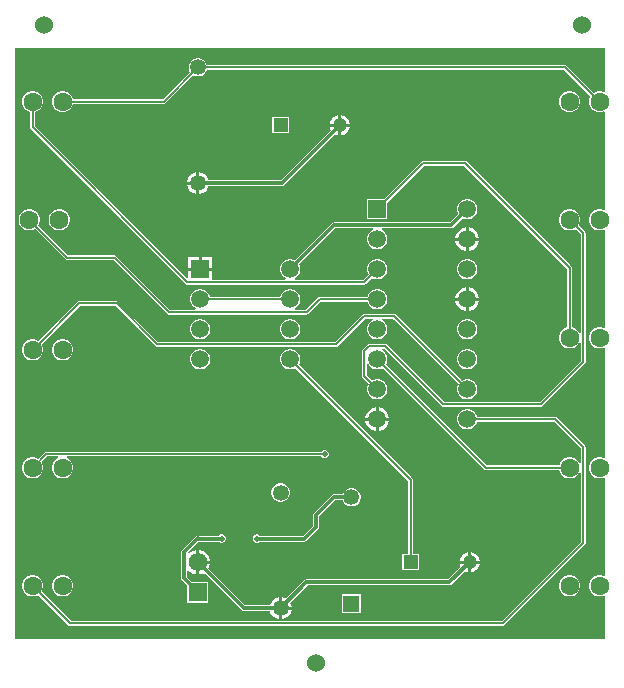
<source format=gbl>
G04*
G04 #@! TF.GenerationSoftware,Altium Limited,Altium Designer,22.7.1 (60)*
G04*
G04 Layer_Physical_Order=2*
G04 Layer_Color=16711680*
%FSLAX44Y44*%
%MOMM*%
G71*
G04*
G04 #@! TF.SameCoordinates,29AA5E4F-6587-4ACD-81CD-572689CA6415*
G04*
G04*
G04 #@! TF.FilePolarity,Positive*
G04*
G01*
G75*
%ADD10C,0.2000*%
%ADD25C,1.5700*%
%ADD26R,1.5700X1.5700*%
%ADD27C,1.2000*%
%ADD28R,1.2000X1.2000*%
%ADD30C,0.3000*%
%ADD31R,1.5000X1.5000*%
%ADD32C,1.5000*%
%ADD33C,1.6000*%
%ADD34C,1.5240*%
%ADD35C,1.3500*%
%ADD36R,1.3500X1.3500*%
%ADD37C,0.5000*%
G36*
X535000Y503776D02*
X533900Y503141D01*
X533474Y503387D01*
X531185Y504000D01*
X528815D01*
X526526Y503387D01*
X525240Y502644D01*
X502442Y525442D01*
X501780Y525884D01*
X501000Y526039D01*
X197477D01*
X197222Y526992D01*
X196201Y528759D01*
X194758Y530202D01*
X192991Y531222D01*
X191020Y531750D01*
X188979D01*
X187008Y531222D01*
X185241Y530202D01*
X183798Y528759D01*
X182778Y526992D01*
X182250Y525021D01*
Y522980D01*
X182778Y521009D01*
X183271Y520155D01*
X160155Y497039D01*
X84171D01*
X83787Y498474D01*
X82602Y500526D01*
X80926Y502202D01*
X78874Y503387D01*
X76585Y504000D01*
X74215D01*
X71926Y503387D01*
X69874Y502202D01*
X68198Y500526D01*
X67014Y498474D01*
X66400Y496185D01*
Y493815D01*
X67014Y491526D01*
X68198Y489474D01*
X69874Y487798D01*
X71926Y486613D01*
X74215Y486000D01*
X76585D01*
X78874Y486613D01*
X80926Y487798D01*
X82602Y489474D01*
X83787Y491526D01*
X84171Y492961D01*
X161000D01*
X161780Y493116D01*
X162442Y493558D01*
X186155Y517271D01*
X187008Y516778D01*
X188979Y516250D01*
X191020D01*
X192991Y516778D01*
X194758Y517799D01*
X196201Y519242D01*
X197222Y521009D01*
X197477Y521961D01*
X500155D01*
X522356Y499760D01*
X521614Y498474D01*
X521000Y496185D01*
Y493815D01*
X521614Y491526D01*
X522798Y489474D01*
X524474Y487798D01*
X526526Y486613D01*
X528815Y486000D01*
X531185D01*
X533474Y486613D01*
X533900Y486859D01*
X535000Y486224D01*
Y403776D01*
X533900Y403141D01*
X533474Y403387D01*
X531185Y404000D01*
X528815D01*
X526526Y403387D01*
X524474Y402202D01*
X522798Y400526D01*
X521614Y398474D01*
X521000Y396185D01*
Y393815D01*
X521614Y391526D01*
X522798Y389474D01*
X524474Y387799D01*
X526526Y386614D01*
X528815Y386000D01*
X531185D01*
X533474Y386614D01*
X533900Y386860D01*
X535000Y386225D01*
Y303776D01*
X533900Y303141D01*
X533474Y303387D01*
X531185Y304000D01*
X528815D01*
X526526Y303387D01*
X524474Y302202D01*
X522798Y300526D01*
X521614Y298474D01*
X521000Y296185D01*
Y293815D01*
X521614Y291526D01*
X522798Y289474D01*
X524474Y287798D01*
X526526Y286613D01*
X528815Y286000D01*
X531185D01*
X533474Y286613D01*
X533900Y286859D01*
X535000Y286224D01*
Y193776D01*
X533900Y193141D01*
X533474Y193387D01*
X531185Y194000D01*
X528815D01*
X526526Y193387D01*
X524474Y192202D01*
X522798Y190526D01*
X521614Y188474D01*
X521000Y186185D01*
Y183815D01*
X521614Y181526D01*
X522798Y179474D01*
X524474Y177798D01*
X526526Y176614D01*
X528815Y176000D01*
X531185D01*
X533474Y176614D01*
X533900Y176859D01*
X535000Y176224D01*
Y93776D01*
X533900Y93140D01*
X533474Y93386D01*
X531185Y94000D01*
X528815D01*
X526526Y93386D01*
X524474Y92202D01*
X522798Y90526D01*
X521614Y88474D01*
X521000Y86185D01*
Y83815D01*
X521614Y81526D01*
X522798Y79474D01*
X524474Y77798D01*
X526526Y76613D01*
X528815Y76000D01*
X531185D01*
X533474Y76613D01*
X533900Y76859D01*
X535000Y76224D01*
Y40000D01*
X35000D01*
Y540000D01*
X535000D01*
Y503776D01*
D02*
G37*
%LPC*%
G36*
X505785Y504000D02*
X503415D01*
X501126Y503387D01*
X499074Y502202D01*
X497398Y500526D01*
X496213Y498474D01*
X495600Y496185D01*
Y493815D01*
X496213Y491526D01*
X497398Y489474D01*
X499074Y487798D01*
X501126Y486613D01*
X503415Y486000D01*
X505785D01*
X508074Y486613D01*
X510126Y487798D01*
X511802Y489474D01*
X512987Y491526D01*
X513600Y493815D01*
Y496185D01*
X512987Y498474D01*
X511802Y500526D01*
X510126Y502202D01*
X508074Y503387D01*
X505785Y504000D01*
D02*
G37*
G36*
X311270Y483501D02*
Y476270D01*
X318501D01*
X317958Y478296D01*
X316834Y480244D01*
X315244Y481834D01*
X313296Y482958D01*
X311270Y483501D01*
D02*
G37*
G36*
X308730D02*
X306704Y482958D01*
X304756Y481834D01*
X303166Y480244D01*
X302042Y478296D01*
X301499Y476270D01*
X308730D01*
Y483501D01*
D02*
G37*
G36*
X267000Y482000D02*
X253000D01*
Y468000D01*
X267000D01*
Y482000D01*
D02*
G37*
G36*
X318501Y473730D02*
X311270D01*
Y466499D01*
X313296Y467042D01*
X315244Y468166D01*
X316834Y469756D01*
X317958Y471704D01*
X318501Y473730D01*
D02*
G37*
G36*
X308730D02*
X301499D01*
X302042Y471704D01*
X302429Y471034D01*
X259944Y428549D01*
X198935D01*
X198657Y429586D01*
X197434Y431704D01*
X195704Y433434D01*
X193586Y434657D01*
X191270Y435277D01*
Y426000D01*
Y416722D01*
X193586Y417343D01*
X195704Y418566D01*
X197434Y420296D01*
X198657Y422414D01*
X198935Y423451D01*
X261000D01*
X261975Y423645D01*
X262802Y424198D01*
X306034Y467429D01*
X306704Y467042D01*
X308730Y466499D01*
Y473730D01*
D02*
G37*
G36*
X188730Y435277D02*
X186414Y434657D01*
X184296Y433434D01*
X182566Y431704D01*
X181343Y429586D01*
X180722Y427270D01*
X188730D01*
Y435277D01*
D02*
G37*
G36*
Y424730D02*
X180722D01*
X181343Y422414D01*
X182566Y420296D01*
X184296Y418566D01*
X186414Y417343D01*
X188730Y416722D01*
Y424730D01*
D02*
G37*
G36*
X51185Y504000D02*
X48815D01*
X46526Y503387D01*
X44474Y502202D01*
X42798Y500526D01*
X41613Y498474D01*
X41000Y496185D01*
Y493815D01*
X41613Y491526D01*
X42798Y489474D01*
X44474Y487798D01*
X46526Y486613D01*
X47961Y486229D01*
Y473178D01*
X48116Y472397D01*
X48558Y471736D01*
X179646Y340648D01*
X179646Y340648D01*
X180308Y340206D01*
X181088Y340051D01*
X330890D01*
X331670Y340206D01*
X332332Y340648D01*
X337506Y345822D01*
X338619Y345179D01*
X340781Y344600D01*
X343019D01*
X345181Y345179D01*
X347119Y346298D01*
X348702Y347881D01*
X349821Y349819D01*
X350400Y351981D01*
Y354219D01*
X349821Y356381D01*
X348702Y358319D01*
X347119Y359902D01*
X345181Y361021D01*
X343019Y361600D01*
X340781D01*
X338619Y361021D01*
X336681Y359902D01*
X335098Y358319D01*
X333979Y356381D01*
X333400Y354219D01*
Y351981D01*
X333979Y349819D01*
X334622Y348706D01*
X330045Y344129D01*
X272102D01*
X271762Y345399D01*
X273319Y346298D01*
X274902Y347881D01*
X276021Y349819D01*
X276600Y351981D01*
Y354219D01*
X276021Y356381D01*
X275642Y357037D01*
X306152Y387547D01*
X338160D01*
X338200Y387447D01*
X338370Y386277D01*
X336681Y385302D01*
X335098Y383719D01*
X333979Y381781D01*
X333400Y379619D01*
Y377381D01*
X333979Y375219D01*
X335098Y373281D01*
X336681Y371698D01*
X338619Y370579D01*
X340781Y370000D01*
X343019D01*
X345181Y370579D01*
X347119Y371698D01*
X348702Y373281D01*
X349821Y375219D01*
X350400Y377381D01*
Y379619D01*
X349821Y381781D01*
X348702Y383719D01*
X347119Y385302D01*
X345430Y386277D01*
X345600Y387447D01*
X345640Y387547D01*
X404296D01*
X405272Y387741D01*
X406099Y388294D01*
X414163Y396358D01*
X414819Y395979D01*
X416981Y395400D01*
X419219D01*
X421381Y395979D01*
X423319Y397098D01*
X424902Y398681D01*
X426021Y400619D01*
X426600Y402781D01*
Y405019D01*
X426021Y407181D01*
X424902Y409119D01*
X423319Y410702D01*
X421381Y411821D01*
X419219Y412400D01*
X416981D01*
X414819Y411821D01*
X412881Y410702D01*
X411298Y409119D01*
X410179Y407181D01*
X409600Y405019D01*
Y402781D01*
X410179Y400619D01*
X410558Y399963D01*
X403240Y392645D01*
X305096D01*
X304120Y392451D01*
X303293Y391898D01*
X272037Y360642D01*
X271381Y361021D01*
X269219Y361600D01*
X266981D01*
X264819Y361021D01*
X262881Y359902D01*
X261298Y358319D01*
X260179Y356381D01*
X259600Y354219D01*
Y351981D01*
X260179Y349819D01*
X261298Y347881D01*
X262881Y346298D01*
X264438Y345399D01*
X264097Y344129D01*
X201940D01*
Y351830D01*
X181860D01*
Y345861D01*
X180686Y345375D01*
X52039Y474023D01*
Y486229D01*
X53474Y486613D01*
X55526Y487798D01*
X57202Y489474D01*
X58387Y491526D01*
X59000Y493815D01*
Y496185D01*
X58387Y498474D01*
X57202Y500526D01*
X55526Y502202D01*
X53474Y503387D01*
X51185Y504000D01*
D02*
G37*
G36*
X73885Y404000D02*
X71515D01*
X69226Y403387D01*
X67174Y402202D01*
X65498Y400526D01*
X64314Y398474D01*
X63700Y396185D01*
Y393815D01*
X64314Y391526D01*
X65498Y389474D01*
X67174Y387799D01*
X69226Y386614D01*
X71515Y386000D01*
X73885D01*
X76174Y386614D01*
X78226Y387799D01*
X79902Y389474D01*
X81087Y391526D01*
X81700Y393815D01*
Y396185D01*
X81087Y398474D01*
X79902Y400526D01*
X78226Y402202D01*
X76174Y403387D01*
X73885Y404000D01*
D02*
G37*
G36*
X419422Y388540D02*
X419370D01*
Y379770D01*
X428140D01*
Y379822D01*
X427456Y382375D01*
X426134Y384665D01*
X424265Y386534D01*
X421975Y387856D01*
X419422Y388540D01*
D02*
G37*
G36*
X416830D02*
X416778D01*
X414225Y387856D01*
X411935Y386534D01*
X410066Y384665D01*
X408744Y382375D01*
X408060Y379822D01*
Y379770D01*
X416830D01*
Y388540D01*
D02*
G37*
G36*
X428140Y377230D02*
X419370D01*
Y368460D01*
X419422D01*
X421975Y369144D01*
X424265Y370466D01*
X426134Y372335D01*
X427456Y374625D01*
X428140Y377178D01*
Y377230D01*
D02*
G37*
G36*
X416830D02*
X408060D01*
Y377178D01*
X408744Y374625D01*
X410066Y372335D01*
X411935Y370466D01*
X414225Y369144D01*
X416778Y368460D01*
X416830D01*
Y377230D01*
D02*
G37*
G36*
X201940Y363140D02*
X193170D01*
Y354370D01*
X201940D01*
Y363140D01*
D02*
G37*
G36*
X190630D02*
X181860D01*
Y354370D01*
X190630D01*
Y363140D01*
D02*
G37*
G36*
X419219Y361600D02*
X416981D01*
X414819Y361021D01*
X412881Y359902D01*
X411298Y358319D01*
X410179Y356381D01*
X409600Y354219D01*
Y351981D01*
X410179Y349819D01*
X411298Y347881D01*
X412881Y346298D01*
X414819Y345179D01*
X416981Y344600D01*
X419219D01*
X421381Y345179D01*
X423319Y346298D01*
X424902Y347881D01*
X426021Y349819D01*
X426600Y351981D01*
Y354219D01*
X426021Y356381D01*
X424902Y358319D01*
X423319Y359902D01*
X421381Y361021D01*
X419219Y361600D01*
D02*
G37*
G36*
X419422Y337740D02*
X419370D01*
Y328970D01*
X428140D01*
Y329022D01*
X427456Y331575D01*
X426134Y333865D01*
X424265Y335734D01*
X421975Y337056D01*
X419422Y337740D01*
D02*
G37*
G36*
X416830D02*
X416778D01*
X414225Y337056D01*
X411935Y335734D01*
X410066Y333865D01*
X408744Y331575D01*
X408060Y329022D01*
Y328970D01*
X416830D01*
Y337740D01*
D02*
G37*
G36*
X48485Y404000D02*
X46115D01*
X43826Y403387D01*
X41774Y402202D01*
X40098Y400526D01*
X38914Y398474D01*
X38300Y396185D01*
Y393815D01*
X38914Y391526D01*
X40098Y389474D01*
X41774Y387799D01*
X43826Y386614D01*
X46115Y386000D01*
X48485D01*
X50774Y386614D01*
X52060Y387356D01*
X77940Y361476D01*
X78602Y361034D01*
X79382Y360879D01*
X79383Y360879D01*
X118521D01*
X164152Y315248D01*
X164152Y315248D01*
X164814Y314806D01*
X165594Y314651D01*
X165594Y314651D01*
X281926D01*
X282706Y314806D01*
X283368Y315248D01*
X293781Y325661D01*
X333647D01*
X333979Y324419D01*
X335098Y322481D01*
X336681Y320898D01*
X338619Y319779D01*
X340781Y319200D01*
X343019D01*
X345181Y319779D01*
X347119Y320898D01*
X348702Y322481D01*
X349821Y324419D01*
X350400Y326581D01*
Y328819D01*
X349821Y330981D01*
X348702Y332919D01*
X347119Y334502D01*
X345181Y335621D01*
X343019Y336200D01*
X340781D01*
X338619Y335621D01*
X336681Y334502D01*
X335098Y332919D01*
X333979Y330981D01*
X333647Y329739D01*
X292936D01*
X292155Y329584D01*
X291494Y329142D01*
X281081Y318729D01*
X272102D01*
X271762Y319999D01*
X273319Y320898D01*
X274902Y322481D01*
X276021Y324419D01*
X276600Y326581D01*
Y328819D01*
X276021Y330981D01*
X274902Y332919D01*
X273319Y334502D01*
X271381Y335621D01*
X269219Y336200D01*
X266981D01*
X264819Y335621D01*
X262881Y334502D01*
X261298Y332919D01*
X260179Y330981D01*
X259846Y329739D01*
X200153D01*
X199820Y330981D01*
X198701Y332919D01*
X197119Y334502D01*
X195181Y335621D01*
X193019Y336200D01*
X190781D01*
X188619Y335621D01*
X186681Y334502D01*
X185098Y332919D01*
X183979Y330981D01*
X183400Y328819D01*
Y326581D01*
X183979Y324419D01*
X185098Y322481D01*
X186681Y320898D01*
X188238Y319999D01*
X187897Y318729D01*
X166439D01*
X120808Y364360D01*
X120146Y364802D01*
X119366Y364957D01*
X80227D01*
X54944Y390240D01*
X55687Y391526D01*
X56300Y393815D01*
Y396185D01*
X55687Y398474D01*
X54502Y400526D01*
X52826Y402202D01*
X50774Y403387D01*
X48485Y404000D01*
D02*
G37*
G36*
X428140Y326430D02*
X419370D01*
Y317660D01*
X419422D01*
X421975Y318344D01*
X424265Y319666D01*
X426134Y321535D01*
X427456Y323825D01*
X428140Y326378D01*
Y326430D01*
D02*
G37*
G36*
X416830D02*
X408060D01*
Y326378D01*
X408744Y323825D01*
X410066Y321535D01*
X411935Y319666D01*
X414225Y318344D01*
X416778Y317660D01*
X416830D01*
Y326430D01*
D02*
G37*
G36*
X419219Y310800D02*
X416981D01*
X414819Y310221D01*
X412881Y309102D01*
X411298Y307519D01*
X410179Y305581D01*
X409600Y303419D01*
Y301181D01*
X410179Y299019D01*
X411298Y297081D01*
X412881Y295498D01*
X414819Y294379D01*
X416981Y293800D01*
X419219D01*
X421381Y294379D01*
X423319Y295498D01*
X424902Y297081D01*
X426021Y299019D01*
X426600Y301181D01*
Y303419D01*
X426021Y305581D01*
X424902Y307519D01*
X423319Y309102D01*
X421381Y310221D01*
X419219Y310800D01*
D02*
G37*
G36*
X269219D02*
X266981D01*
X264819Y310221D01*
X262881Y309102D01*
X261298Y307519D01*
X260179Y305581D01*
X259600Y303419D01*
Y301181D01*
X260179Y299019D01*
X261298Y297081D01*
X262881Y295498D01*
X264819Y294379D01*
X266981Y293800D01*
X269219D01*
X271381Y294379D01*
X273319Y295498D01*
X274902Y297081D01*
X276021Y299019D01*
X276600Y301181D01*
Y303419D01*
X276021Y305581D01*
X274902Y307519D01*
X273319Y309102D01*
X271381Y310221D01*
X269219Y310800D01*
D02*
G37*
G36*
X193019D02*
X190781D01*
X188619Y310221D01*
X186681Y309102D01*
X185098Y307519D01*
X183979Y305581D01*
X183400Y303419D01*
Y301181D01*
X183979Y299019D01*
X185098Y297081D01*
X186681Y295498D01*
X188619Y294379D01*
X190781Y293800D01*
X193019D01*
X195181Y294379D01*
X197119Y295498D01*
X198701Y297081D01*
X199820Y299019D01*
X200400Y301181D01*
Y303419D01*
X199820Y305581D01*
X198701Y307519D01*
X197119Y309102D01*
X195181Y310221D01*
X193019Y310800D01*
D02*
G37*
G36*
X76585Y294000D02*
X74215D01*
X71926Y293387D01*
X69874Y292202D01*
X68198Y290526D01*
X67014Y288474D01*
X66400Y286185D01*
Y283815D01*
X67014Y281526D01*
X68198Y279474D01*
X69874Y277798D01*
X71926Y276613D01*
X74215Y276000D01*
X76585D01*
X78874Y276613D01*
X80926Y277798D01*
X82602Y279474D01*
X83787Y281526D01*
X84400Y283815D01*
Y286185D01*
X83787Y288474D01*
X82602Y290526D01*
X80926Y292202D01*
X78874Y293387D01*
X76585Y294000D01*
D02*
G37*
G36*
X419219Y285400D02*
X416981D01*
X414819Y284821D01*
X412881Y283702D01*
X411298Y282119D01*
X410179Y280181D01*
X409600Y278019D01*
Y275781D01*
X410179Y273619D01*
X411298Y271681D01*
X412881Y270098D01*
X414819Y268979D01*
X416981Y268400D01*
X419219D01*
X421381Y268979D01*
X423319Y270098D01*
X424902Y271681D01*
X426021Y273619D01*
X426600Y275781D01*
Y278019D01*
X426021Y280181D01*
X424902Y282119D01*
X423319Y283702D01*
X421381Y284821D01*
X419219Y285400D01*
D02*
G37*
G36*
X193019D02*
X190781D01*
X188619Y284821D01*
X186681Y283702D01*
X185098Y282119D01*
X183979Y280181D01*
X183400Y278019D01*
Y275781D01*
X183979Y273619D01*
X185098Y271681D01*
X186681Y270098D01*
X188619Y268979D01*
X190781Y268400D01*
X193019D01*
X195181Y268979D01*
X197119Y270098D01*
X198701Y271681D01*
X199820Y273619D01*
X200400Y275781D01*
Y278019D01*
X199820Y280181D01*
X198701Y282119D01*
X197119Y283702D01*
X195181Y284821D01*
X193019Y285400D01*
D02*
G37*
G36*
X121060Y326095D02*
X89056D01*
X88276Y325940D01*
X87614Y325498D01*
X87614Y325498D01*
X54760Y292644D01*
X53474Y293387D01*
X51185Y294000D01*
X48815D01*
X46526Y293387D01*
X44474Y292202D01*
X42798Y290526D01*
X41613Y288474D01*
X41000Y286185D01*
Y283815D01*
X41613Y281526D01*
X42798Y279474D01*
X44474Y277798D01*
X46526Y276613D01*
X48815Y276000D01*
X51185D01*
X53474Y276613D01*
X55526Y277798D01*
X57202Y279474D01*
X58387Y281526D01*
X59000Y283815D01*
Y286185D01*
X58387Y288474D01*
X57644Y289760D01*
X89901Y322017D01*
X120216D01*
X154162Y288070D01*
X154162Y288070D01*
X154824Y287628D01*
X155604Y287473D01*
X307112D01*
X307892Y287628D01*
X308554Y288070D01*
X331744Y311261D01*
X337881D01*
X338221Y309991D01*
X336681Y309102D01*
X335098Y307519D01*
X333979Y305581D01*
X333400Y303419D01*
Y301181D01*
X333979Y299019D01*
X335098Y297081D01*
X336681Y295498D01*
X338619Y294379D01*
X340781Y293800D01*
X343019D01*
X345181Y294379D01*
X347119Y295498D01*
X348702Y297081D01*
X349821Y299019D01*
X350400Y301181D01*
Y303419D01*
X349821Y305581D01*
X348702Y307519D01*
X347119Y309102D01*
X345579Y309991D01*
X345919Y311261D01*
X355455D01*
X410822Y255894D01*
X410179Y254781D01*
X409600Y252619D01*
Y250381D01*
X410179Y248219D01*
X411298Y246281D01*
X412881Y244698D01*
X414819Y243579D01*
X416981Y243000D01*
X419219D01*
X421381Y243579D01*
X423319Y244698D01*
X424902Y246281D01*
X426021Y248219D01*
X426600Y250381D01*
Y252619D01*
X426021Y254781D01*
X424902Y256719D01*
X423319Y258302D01*
X421381Y259421D01*
X419219Y260000D01*
X416981D01*
X414819Y259421D01*
X413706Y258778D01*
X357742Y314742D01*
X357080Y315184D01*
X356300Y315339D01*
X330900D01*
X330900Y315339D01*
X330119Y315184D01*
X329458Y314742D01*
X329458Y314742D01*
X306267Y291551D01*
X156449D01*
X122502Y325498D01*
X121840Y325940D01*
X121060Y326095D01*
D02*
G37*
G36*
X416096Y444909D02*
X380870D01*
X380090Y444754D01*
X379428Y444312D01*
X379428Y444312D01*
X347516Y412400D01*
X333400D01*
Y395400D01*
X350400D01*
Y409516D01*
X381715Y440831D01*
X415251D01*
X502561Y353521D01*
Y303771D01*
X501126Y303387D01*
X499074Y302202D01*
X497398Y300526D01*
X496213Y298474D01*
X495600Y296185D01*
Y293815D01*
X496213Y291526D01*
X497398Y289474D01*
X499074Y287798D01*
X501126Y286613D01*
X503415Y286000D01*
X505785D01*
X508074Y286613D01*
X510126Y287798D01*
X511802Y289474D01*
X512805Y291211D01*
X514075Y290870D01*
Y275625D01*
X479201Y240751D01*
X398595D01*
X350004Y289342D01*
X349342Y289784D01*
X348562Y289939D01*
X335178D01*
X334398Y289784D01*
X333736Y289342D01*
X333736Y289342D01*
X329252Y284858D01*
X328810Y284196D01*
X328655Y283416D01*
Y262706D01*
X328810Y261926D01*
X329252Y261264D01*
X334622Y255894D01*
X333979Y254781D01*
X333400Y252619D01*
Y250381D01*
X333979Y248219D01*
X335098Y246281D01*
X336681Y244698D01*
X338619Y243579D01*
X340781Y243000D01*
X343019D01*
X345181Y243579D01*
X347119Y244698D01*
X348702Y246281D01*
X349821Y248219D01*
X350400Y250381D01*
Y252619D01*
X349821Y254781D01*
X348702Y256719D01*
X347119Y258302D01*
X345181Y259421D01*
X343019Y260000D01*
X340781D01*
X338619Y259421D01*
X337506Y258778D01*
X332733Y263551D01*
Y273362D01*
X333979Y273619D01*
X335098Y271681D01*
X336681Y270098D01*
X338619Y268979D01*
X340781Y268400D01*
X343019D01*
X345181Y268979D01*
X346294Y269622D01*
X432358Y183558D01*
X433019Y183116D01*
X433800Y182961D01*
X495829D01*
X496213Y181526D01*
X497398Y179474D01*
X499074Y177798D01*
X501126Y176614D01*
X503415Y176000D01*
X505785D01*
X508074Y176614D01*
X510126Y177798D01*
X511802Y179474D01*
X512805Y181211D01*
X514075Y180871D01*
Y122209D01*
X447197Y55331D01*
X82553D01*
X57644Y80240D01*
X58387Y81526D01*
X59000Y83815D01*
Y86185D01*
X58387Y88474D01*
X57202Y90526D01*
X55526Y92202D01*
X53474Y93386D01*
X51185Y94000D01*
X48815D01*
X46526Y93386D01*
X44474Y92202D01*
X42798Y90526D01*
X41613Y88474D01*
X41000Y86185D01*
Y83815D01*
X41613Y81526D01*
X42798Y79474D01*
X44474Y77798D01*
X46526Y76613D01*
X48815Y76000D01*
X51185D01*
X53474Y76613D01*
X54760Y77356D01*
X80266Y51850D01*
X80266Y51850D01*
X80928Y51408D01*
X81708Y51253D01*
X448042D01*
X448822Y51408D01*
X449484Y51850D01*
X517556Y119922D01*
X517556Y119922D01*
X517998Y120584D01*
X518153Y121364D01*
Y202136D01*
X518153Y202136D01*
X517998Y202916D01*
X517556Y203578D01*
X493592Y227542D01*
X492930Y227984D01*
X492150Y228139D01*
X426353D01*
X426021Y229381D01*
X424902Y231319D01*
X423319Y232902D01*
X421381Y234021D01*
X419219Y234600D01*
X416981D01*
X414819Y234021D01*
X412881Y232902D01*
X411298Y231319D01*
X410179Y229381D01*
X409600Y227219D01*
Y224981D01*
X410179Y222819D01*
X411298Y220881D01*
X412881Y219298D01*
X414819Y218179D01*
X416981Y217600D01*
X419219D01*
X421381Y218179D01*
X423319Y219298D01*
X424902Y220881D01*
X426021Y222819D01*
X426353Y224061D01*
X491305D01*
X514075Y201291D01*
Y189130D01*
X512805Y188789D01*
X511802Y190526D01*
X510126Y192202D01*
X508074Y193387D01*
X505785Y194000D01*
X503415D01*
X501126Y193387D01*
X499074Y192202D01*
X497398Y190526D01*
X496213Y188474D01*
X495829Y187039D01*
X434644D01*
X349178Y272506D01*
X349821Y273619D01*
X350400Y275781D01*
Y278019D01*
X349821Y280181D01*
X348702Y282119D01*
X347119Y283702D01*
X345579Y284591D01*
X345919Y285861D01*
X347717D01*
X396308Y237270D01*
X396970Y236828D01*
X397750Y236673D01*
X480046D01*
X480826Y236828D01*
X481488Y237270D01*
X517556Y273338D01*
X517556Y273338D01*
X517998Y274000D01*
X518153Y274780D01*
Y383486D01*
X517998Y384267D01*
X517556Y384928D01*
X512244Y390240D01*
X512987Y391526D01*
X513600Y393815D01*
Y396185D01*
X512987Y398474D01*
X511802Y400526D01*
X510126Y402202D01*
X508074Y403387D01*
X505785Y404000D01*
X503415D01*
X501126Y403387D01*
X499074Y402202D01*
X497398Y400526D01*
X496213Y398474D01*
X495600Y396185D01*
Y393815D01*
X496213Y391526D01*
X497398Y389474D01*
X499074Y387799D01*
X501126Y386614D01*
X503415Y386000D01*
X505785D01*
X508074Y386614D01*
X509360Y387356D01*
X514075Y382642D01*
Y299129D01*
X512805Y298789D01*
X511802Y300526D01*
X510126Y302202D01*
X508074Y303387D01*
X506639Y303771D01*
Y354366D01*
X506484Y355146D01*
X506042Y355808D01*
X417538Y444312D01*
X416876Y444754D01*
X416096Y444909D01*
D02*
G37*
G36*
X343222Y236140D02*
X343170D01*
Y227370D01*
X351940D01*
Y227422D01*
X351256Y229975D01*
X349934Y232265D01*
X348065Y234134D01*
X345775Y235456D01*
X343222Y236140D01*
D02*
G37*
G36*
X340630D02*
X340578D01*
X338025Y235456D01*
X335735Y234134D01*
X333866Y232265D01*
X332544Y229975D01*
X331860Y227422D01*
Y227370D01*
X340630D01*
Y236140D01*
D02*
G37*
G36*
X351940Y224830D02*
X343170D01*
Y216060D01*
X343222D01*
X345775Y216744D01*
X348065Y218066D01*
X349934Y219935D01*
X351256Y222225D01*
X351940Y224778D01*
Y224830D01*
D02*
G37*
G36*
X340630D02*
X331860D01*
Y224778D01*
X332544Y222225D01*
X333866Y219935D01*
X335735Y218066D01*
X338025Y216744D01*
X340578Y216060D01*
X340630D01*
Y224830D01*
D02*
G37*
G36*
X298116Y200048D02*
X296724D01*
X295437Y199515D01*
X294509Y198587D01*
X61548D01*
X60768Y198432D01*
X60106Y197990D01*
X54760Y192644D01*
X53474Y193387D01*
X51185Y194000D01*
X48815D01*
X46526Y193387D01*
X44474Y192202D01*
X42798Y190526D01*
X41613Y188474D01*
X41000Y186185D01*
Y183815D01*
X41613Y181526D01*
X42798Y179474D01*
X44474Y177798D01*
X46526Y176614D01*
X48815Y176000D01*
X51185D01*
X53474Y176614D01*
X55526Y177798D01*
X57202Y179474D01*
X58387Y181526D01*
X59000Y183815D01*
Y186185D01*
X58387Y188474D01*
X57644Y189760D01*
X62393Y194509D01*
X71460D01*
X71670Y193239D01*
X69874Y192202D01*
X68198Y190526D01*
X67014Y188474D01*
X66400Y186185D01*
Y183815D01*
X67014Y181526D01*
X68198Y179474D01*
X69874Y177798D01*
X71926Y176614D01*
X74215Y176000D01*
X76585D01*
X78874Y176614D01*
X80926Y177798D01*
X82602Y179474D01*
X83787Y181526D01*
X84400Y183815D01*
Y186185D01*
X83787Y188474D01*
X82602Y190526D01*
X80926Y192202D01*
X79130Y193239D01*
X79341Y194509D01*
X294509D01*
X295437Y193581D01*
X296724Y193048D01*
X298116D01*
X299403Y193581D01*
X300387Y194565D01*
X300920Y195852D01*
Y197244D01*
X300387Y198531D01*
X299403Y199515D01*
X298116Y200048D01*
D02*
G37*
G36*
X261021Y171750D02*
X258980D01*
X257009Y171222D01*
X255242Y170201D01*
X253799Y168759D01*
X252778Y166991D01*
X252250Y165020D01*
Y162980D01*
X252778Y161009D01*
X253799Y159241D01*
X255242Y157798D01*
X257009Y156778D01*
X258980Y156250D01*
X261021D01*
X262992Y156778D01*
X264759Y157798D01*
X266202Y159241D01*
X267222Y161009D01*
X267750Y162980D01*
Y165020D01*
X267222Y166991D01*
X266202Y168759D01*
X264759Y170201D01*
X262992Y171222D01*
X261021Y171750D01*
D02*
G37*
G36*
X321020Y167750D02*
X318980D01*
X317009Y167222D01*
X315242Y166201D01*
X313799Y164759D01*
X312778Y162991D01*
X312660Y162549D01*
X305000D01*
X304025Y162355D01*
X303197Y161802D01*
X288198Y146802D01*
X287645Y145976D01*
X287451Y145000D01*
Y136056D01*
X278944Y127549D01*
X242401D01*
X241983Y127967D01*
X240696Y128500D01*
X239304D01*
X238017Y127967D01*
X237033Y126983D01*
X236500Y125696D01*
Y124304D01*
X237033Y123017D01*
X238017Y122033D01*
X239304Y121500D01*
X240696D01*
X241983Y122033D01*
X242401Y122451D01*
X280000D01*
X280975Y122645D01*
X281802Y123198D01*
X290994Y132390D01*
X291802Y132929D01*
X292355Y133757D01*
X292549Y134732D01*
Y143944D01*
X306056Y157451D01*
X312660D01*
X312778Y157009D01*
X313799Y155241D01*
X315242Y153798D01*
X317009Y152778D01*
X318980Y152250D01*
X321020D01*
X322991Y152778D01*
X324759Y153798D01*
X326202Y155241D01*
X327222Y157009D01*
X327750Y158980D01*
Y161020D01*
X327222Y162991D01*
X326202Y164759D01*
X324759Y166201D01*
X322991Y167222D01*
X321020Y167750D01*
D02*
G37*
G36*
X210696Y128500D02*
X209304D01*
X208017Y127967D01*
X207599Y127549D01*
X190797D01*
X190751Y127580D01*
X189775Y127774D01*
X188799Y127580D01*
X187973Y127027D01*
X176238Y115292D01*
X175685Y114466D01*
X175491Y113490D01*
Y91560D01*
X175685Y90584D01*
X176238Y89757D01*
X181150Y84845D01*
Y70750D01*
X198850D01*
Y88450D01*
X184755D01*
X180589Y92615D01*
Y98202D01*
X181859Y98447D01*
X183620Y96686D01*
X185989Y95318D01*
X188632Y94610D01*
X188730D01*
Y105000D01*
Y115390D01*
X188632D01*
X185989Y114682D01*
X183620Y113314D01*
X182661Y112355D01*
X181223Y112713D01*
X181140Y112985D01*
X190606Y122451D01*
X207599D01*
X208017Y122033D01*
X209304Y121500D01*
X210696D01*
X211983Y122033D01*
X212967Y123017D01*
X213500Y124304D01*
Y125696D01*
X212967Y126983D01*
X211983Y127967D01*
X210696Y128500D01*
D02*
G37*
G36*
X191368Y115390D02*
X191270D01*
Y106270D01*
X200390D01*
Y106368D01*
X199682Y109010D01*
X198314Y111379D01*
X196380Y113314D01*
X194010Y114682D01*
X191368Y115390D01*
D02*
G37*
G36*
X421270Y113501D02*
Y106270D01*
X428501D01*
X427958Y108296D01*
X426834Y110244D01*
X425244Y111833D01*
X423296Y112958D01*
X421270Y113501D01*
D02*
G37*
G36*
X418730D02*
X416704Y112958D01*
X414756Y111833D01*
X413166Y110244D01*
X412042Y108296D01*
X411499Y106270D01*
X418730D01*
Y113501D01*
D02*
G37*
G36*
X269219Y285400D02*
X266981D01*
X264819Y284821D01*
X262881Y283702D01*
X261298Y282119D01*
X260179Y280181D01*
X259600Y278019D01*
Y275781D01*
X260179Y273619D01*
X261298Y271681D01*
X262881Y270098D01*
X264819Y268979D01*
X266981Y268400D01*
X269219D01*
X271381Y268979D01*
X272494Y269622D01*
X367961Y174155D01*
Y112000D01*
X363000D01*
Y98000D01*
X377000D01*
Y112000D01*
X372039D01*
Y175000D01*
X371884Y175780D01*
X371442Y176442D01*
X371442Y176442D01*
X275378Y272506D01*
X276021Y273619D01*
X276600Y275781D01*
Y278019D01*
X276021Y280181D01*
X274902Y282119D01*
X273319Y283702D01*
X271381Y284821D01*
X269219Y285400D01*
D02*
G37*
G36*
X428501Y103730D02*
X421270D01*
Y96499D01*
X423296Y97042D01*
X425244Y98166D01*
X426834Y99756D01*
X427958Y101704D01*
X428501Y103730D01*
D02*
G37*
G36*
X418730D02*
X411499D01*
X412042Y101704D01*
X412429Y101033D01*
X401780Y90385D01*
X281836D01*
X280861Y90191D01*
X280034Y89638D01*
X264516Y74120D01*
X263586Y74657D01*
X261270Y75278D01*
Y67270D01*
X269278D01*
X268657Y69586D01*
X268120Y70516D01*
X282892Y85287D01*
X402836D01*
X403812Y85481D01*
X404638Y86034D01*
X416034Y97429D01*
X416704Y97042D01*
X418730Y96499D01*
Y103730D01*
D02*
G37*
G36*
X505785Y94000D02*
X503415D01*
X501126Y93386D01*
X499074Y92202D01*
X497398Y90526D01*
X496213Y88474D01*
X495600Y86185D01*
Y83815D01*
X496213Y81526D01*
X497398Y79474D01*
X499074Y77798D01*
X501126Y76613D01*
X503415Y76000D01*
X505785D01*
X508074Y76613D01*
X510126Y77798D01*
X511802Y79474D01*
X512987Y81526D01*
X513600Y83815D01*
Y86185D01*
X512987Y88474D01*
X511802Y90526D01*
X510126Y92202D01*
X508074Y93386D01*
X505785Y94000D01*
D02*
G37*
G36*
X76585D02*
X74215D01*
X71926Y93386D01*
X69874Y92202D01*
X68198Y90526D01*
X67014Y88474D01*
X66400Y86185D01*
Y83815D01*
X67014Y81526D01*
X68198Y79474D01*
X69874Y77798D01*
X71926Y76613D01*
X74215Y76000D01*
X76585D01*
X78874Y76613D01*
X80926Y77798D01*
X82602Y79474D01*
X83787Y81526D01*
X84400Y83815D01*
Y86185D01*
X83787Y88474D01*
X82602Y90526D01*
X80926Y92202D01*
X78874Y93386D01*
X76585Y94000D01*
D02*
G37*
G36*
X327750Y77750D02*
X312250D01*
Y62250D01*
X327750D01*
Y77750D01*
D02*
G37*
G36*
X269278Y64730D02*
X261270D01*
Y56723D01*
X263586Y57343D01*
X265704Y58566D01*
X267434Y60296D01*
X268657Y62414D01*
X269278Y64730D01*
D02*
G37*
G36*
X200390Y103730D02*
X191270D01*
Y94610D01*
X191368D01*
X194010Y95318D01*
X195320Y96074D01*
X227197Y64198D01*
X228024Y63645D01*
X229000Y63451D01*
X251066D01*
X251343Y62414D01*
X252566Y60296D01*
X254296Y58566D01*
X256414Y57343D01*
X258730Y56723D01*
Y66000D01*
Y75278D01*
X256414Y74657D01*
X254296Y73434D01*
X252566Y71704D01*
X251343Y69586D01*
X251066Y68549D01*
X230055D01*
X198925Y99679D01*
X199682Y100989D01*
X200390Y103632D01*
Y103730D01*
D02*
G37*
%LPD*%
D10*
X268100Y276900D02*
X370000Y175000D01*
Y105000D02*
Y175000D01*
X75400Y495000D02*
X161000D01*
X190000Y524000D01*
X501000D01*
X530000Y495000D01*
X50000Y473178D02*
Y495000D01*
Y473178D02*
X181088Y342090D01*
X330890D01*
X341900Y353100D01*
X47300Y395000D02*
X79382Y362918D01*
X119366D01*
X165594Y316690D01*
X281926D01*
X292936Y327700D01*
X341900D01*
X330694Y262706D02*
X341900Y251500D01*
X330694Y262706D02*
Y283416D01*
X335178Y287900D01*
X348562D01*
X397750Y238712D01*
X480046D01*
X516114Y274780D01*
Y383486D01*
X504600Y395000D02*
X516114Y383486D01*
X50000Y285000D02*
X89056Y324056D01*
X121060D01*
X155604Y289512D01*
X307112D01*
X330900Y313300D01*
X356300D01*
X418100Y251500D01*
X341900Y403900D02*
X380870Y442870D01*
X416096D01*
X504600Y354366D01*
Y295000D02*
Y354366D01*
X50000Y185000D02*
X61548Y196548D01*
X297420D01*
X341900Y276900D02*
X433800Y185000D01*
X504600D01*
X516114Y121364D02*
Y202136D01*
X492150Y226100D02*
X516114Y202136D01*
X418100Y226100D02*
X492150D01*
X191900Y327700D02*
X268100D01*
X50000Y85000D02*
X81708Y53292D01*
X448042D01*
X516114Y121364D01*
D25*
X190000Y105000D02*
D03*
D26*
Y79600D02*
D03*
D27*
X420000Y105000D02*
D03*
X310000Y475000D02*
D03*
D28*
X370000Y105000D02*
D03*
X260000Y475000D02*
D03*
D30*
X289732Y134732D02*
X290000D01*
X280000Y125000D02*
X289732Y134732D01*
X240000Y125000D02*
X280000D01*
X190000D02*
X210000D01*
X178040Y113490D02*
X189775Y125225D01*
X190000Y125000D01*
X305000Y160000D02*
X320000D01*
X290000Y145000D02*
X305000Y160000D01*
X290000Y134732D02*
Y145000D01*
X190000Y105000D02*
X229000Y66000D01*
X260000D01*
X281836Y87836D01*
X402836D01*
X420000Y105000D01*
X190000Y426000D02*
X261000D01*
X310000Y475000D01*
X178040Y91560D02*
X190000Y79600D01*
X178040Y91560D02*
Y113490D01*
X268100Y353100D02*
X305096Y390096D01*
X404296D01*
X418100Y403900D01*
D31*
X191900Y353100D02*
D03*
X341900Y403900D02*
D03*
D32*
X191900Y327700D02*
D03*
Y302300D02*
D03*
Y276900D02*
D03*
X268100Y353100D02*
D03*
Y327700D02*
D03*
Y302300D02*
D03*
Y276900D02*
D03*
X418100Y226100D02*
D03*
Y251500D02*
D03*
Y276900D02*
D03*
Y302300D02*
D03*
Y327700D02*
D03*
Y353100D02*
D03*
Y378500D02*
D03*
Y403900D02*
D03*
X341900Y226100D02*
D03*
Y251500D02*
D03*
Y276900D02*
D03*
Y302300D02*
D03*
Y327700D02*
D03*
Y353100D02*
D03*
Y378500D02*
D03*
D33*
X75400Y495000D02*
D03*
X50000D02*
D03*
X47300Y395000D02*
D03*
X72700D02*
D03*
X530000Y185000D02*
D03*
X504600D02*
D03*
X530000Y295000D02*
D03*
X504600D02*
D03*
X530000Y395000D02*
D03*
X504600D02*
D03*
X530000Y495000D02*
D03*
X504600D02*
D03*
X530000Y85000D02*
D03*
X504600D02*
D03*
X75400D02*
D03*
X50000D02*
D03*
X75400Y185000D02*
D03*
X50000D02*
D03*
X75400Y285000D02*
D03*
X50000D02*
D03*
D34*
X290000Y20000D02*
D03*
X515000Y560000D02*
D03*
X60000D02*
D03*
D35*
X190000Y524000D02*
D03*
Y426000D02*
D03*
X260000Y164000D02*
D03*
Y66000D02*
D03*
X320000Y160000D02*
D03*
D36*
Y70000D02*
D03*
D37*
X240000Y125000D02*
D03*
X210000D02*
D03*
X297420Y196548D02*
D03*
M02*

</source>
